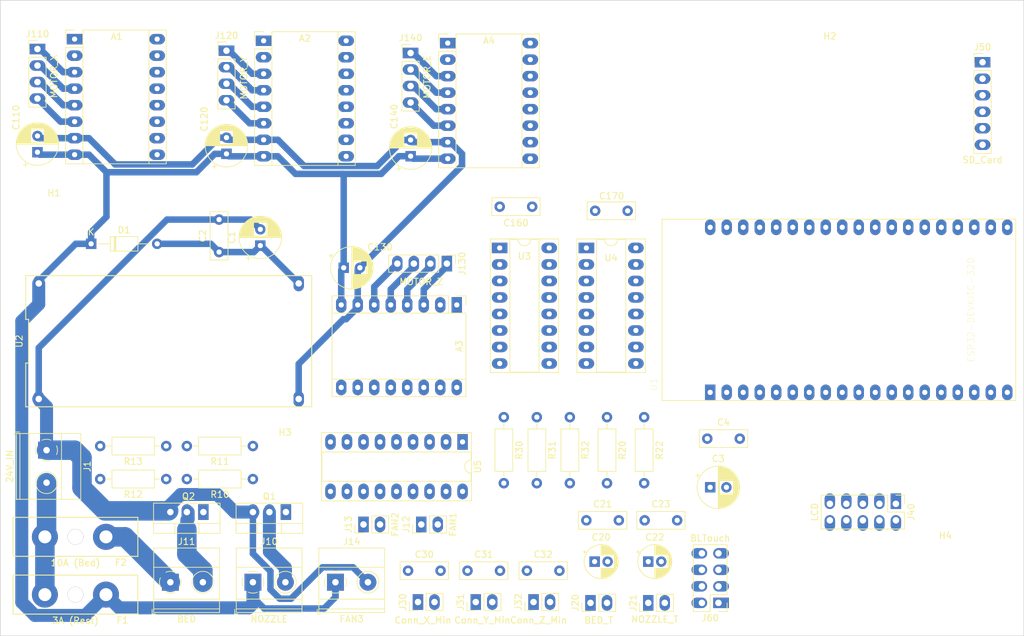
<source format=kicad_pcb>
(kicad_pcb (version 20171130) (host pcbnew "(5.0.2)-1")
  (layers (0 F.Cu signal) (31 B.Cu signal) (34 B.Paste user) (35 F.Paste user) (36 B.SilkS user) (37 F.SilkS user) (38 B.Mask user) (39 F.Mask user) (44 Edge.Cuts user))
  (net 0 "")
  (net 1 GND)
  (net 2 /Q130)
  (net 3 VCC)
  (net 4 "Net-(A1-Pad3)")
  (net 5 "Net-(A1-Pad4)")
  (net 6 "Net-(A1-Pad12)")
  (net 7 "Net-(A1-Pad5)")
  (net 8 "Net-(A1-Pad13)")
  (net 9 "Net-(A1-Pad6)")
  (net 10 "Net-(A1-Pad14)")
  (net 11 /Q128)
  (net 12 +24V)
  (net 13 /Q129)
  (net 14 /Q133)
  (net 15 "Net-(A2-Pad3)")
  (net 16 "Net-(A2-Pad4)")
  (net 17 "Net-(A2-Pad12)")
  (net 18 "Net-(A2-Pad5)")
  (net 19 "Net-(A2-Pad13)")
  (net 20 "Net-(A2-Pad6)")
  (net 21 "Net-(A2-Pad14)")
  (net 22 /Q131)
  (net 23 /Q132)
  (net 24 /Q135)
  (net 25 /Q134)
  (net 26 "Net-(A3-Pad14)")
  (net 27 "Net-(A3-Pad6)")
  (net 28 "Net-(A3-Pad13)")
  (net 29 "Net-(A3-Pad5)")
  (net 30 "Net-(A3-Pad12)")
  (net 31 "Net-(A3-Pad4)")
  (net 32 "Net-(A3-Pad3)")
  (net 33 /Q136)
  (net 34 /Q138)
  (net 35 /Q137)
  (net 36 "Net-(A4-Pad14)")
  (net 37 "Net-(A4-Pad6)")
  (net 38 "Net-(A4-Pad13)")
  (net 39 "Net-(A4-Pad5)")
  (net 40 "Net-(A4-Pad12)")
  (net 41 "Net-(A4-Pad4)")
  (net 42 "Net-(A4-Pad3)")
  (net 43 /Q139)
  (net 44 /BED_T)
  (net 45 /NOZZLE_T)
  (net 46 /X_MIN)
  (net 47 /Y_MIN)
  (net 48 /Z_MIN)
  (net 49 +5V)
  (net 50 +24V2)
  (net 51 "Net-(J10-Pad2)")
  (net 52 "Net-(J11-Pad2)")
  (net 53 "Net-(J12-Pad2)")
  (net 54 /BEEPER)
  (net 55 /BTN_ENC)
  (net 56 /BTN_EN1)
  (net 57 /~RESET)
  (net 58 /BTN_EN2)
  (net 59 /LCD_D4)
  (net 60 /LCD_RS)
  (net 61 /LCD_EN)
  (net 62 /SD_MISO)
  (net 63 /SD_MOSI)
  (net 64 /SD_SCK)
  (net 65 /SD_CS)
  (net 66 "Net-(J60-Pad1)")
  (net 67 "Net-(J60-Pad3)")
  (net 68 "Net-(J60-Pad4)")
  (net 69 "Net-(J60-Pad5)")
  (net 70 "Net-(J60-Pad7)")
  (net 71 /SERVO)
  (net 72 /I2S_DATA)
  (net 73 /I2S_BCK)
  (net 74 /I2S_WS)
  (net 75 /BED)
  (net 76 /NOZZLE)
  (net 77 /Q140)
  (net 78 /Q141)
  (net 79 /Q142)
  (net 80 /Q143)
  (net 81 "Net-(Q1-Pad1)")
  (net 82 "Net-(Q2-Pad1)")
  (net 83 "Net-(U3-Pad9)")
  (net 84 "Net-(U4-Pad9)")
  (net 85 /PWR_IN)
  (net 86 "Net-(U1-Pad16)")
  (net 87 "Net-(U1-Pad17)")
  (net 88 "Net-(U1-Pad18)")
  (net 89 "Net-(U1-Pad23)")
  (net 90 "Net-(U1-Pad24)")
  (net 91 "Net-(U1-Pad33)")
  (net 92 "Net-(U1-Pad36)")
  (net 93 "Net-(U1-Pad37)")
  (net 94 "Net-(U1-Pad38)")
  (net 95 /FAN1)
  (net 96 "Net-(J14-Pad2)")
  (net 97 "Net-(J13-Pad2)")
  (module Felix_Common:CP_Radial_D5.0mm_P2.00mm (layer F.Cu) (at 125.095 115.57)
    (fp_text reference C22 (at 1 -3.75) (layer F.SilkS))
    (fp_text value 4.7uF)
    (pad 1 thru_hole rect (at 0 0) (size 1.6 1.6) (drill 0.8) (layers *.Cu *.Mask) (net 45 /NOZZLE_T))
    (pad 2 thru_hole circle (at 2 0) (size 1.6 1.6) (drill 0.8) (layers *.Cu *.Mask) (net 1 GND))
  )
  (module Felix_Common:CP_Radial_D6.3mm_P2.50mm (layer F.Cu) (at 134.62 104.14)
    (fp_text reference C3 (at 1.25 -4.4) (layer F.SilkS))
    (fp_text value 100uF)
    (pad 2 thru_hole circle (at 2.5 0) (size 1.6 1.6) (drill 0.8) (layers *.Cu *.Mask) (net 1 GND))
    (pad 1 thru_hole rect (at 0 0) (size 1.6 1.6) (drill 0.8) (layers *.Cu *.Mask) (net 3 VCC))
  )
  (module Felix_Common:CP_Radial_D6.3mm_P2.50mm (layer F.Cu) (at 65.405001 66.949758 90)
    (fp_text reference C1 (at 1.25 -4.4 90) (layer F.SilkS))
    (fp_text value 100uF)
    (pad 1 thru_hole rect (at 0 0 90) (size 1.6 1.6) (drill 0.8) (layers *.Cu *.Mask) (net 49 +5V))
    (pad 2 thru_hole circle (at 2.5 0 90) (size 1.6 1.6) (drill 0.8) (layers *.Cu *.Mask) (net 1 GND))
  )
  (module Felix_Common:C_Rect_L7.2mm_W2.5mm_P5.00mm_FKS2_FKP2_MKS2_MKP2 (layer F.Cu) (at 134.175001 96.650001)
    (fp_text reference C4 (at 2.5 -2.5) (layer F.SilkS))
    (fp_text value 0.1uF)
    (pad 2 thru_hole circle (at 5 0) (size 1.6 1.6) (drill 0.8) (layers *.Cu *.Mask) (net 1 GND))
    (pad 1 thru_hole circle (at 0 0) (size 1.6 1.6) (drill 0.8) (layers *.Cu *.Mask) (net 3 VCC))
  )
  (module Felix_Common:C_Rect_L7.2mm_W2.5mm_P5.00mm_FKS2_FKP2_MKS2_MKP2 (layer F.Cu) (at 59.055 67.945 90)
    (fp_text reference C2 (at 2.5 -2.5 90) (layer F.SilkS))
    (fp_text value 0.1uF)
    (pad 1 thru_hole circle (at 0 0 90) (size 1.6 1.6) (drill 0.8) (layers *.Cu *.Mask) (net 49 +5V))
    (pad 2 thru_hole circle (at 5 0 90) (size 1.6 1.6) (drill 0.8) (layers *.Cu *.Mask) (net 1 GND))
  )
  (module Felix_Common:C_Rect_L7.2mm_W2.5mm_P5.00mm_FKS2_FKP2_MKS2_MKP2 (layer F.Cu) (at 115.57 109.22)
    (fp_text reference C21 (at 2.5 -2.5) (layer F.SilkS))
    (fp_text value 0.1uF)
    (pad 2 thru_hole circle (at 5 0) (size 1.6 1.6) (drill 0.8) (layers *.Cu *.Mask) (net 1 GND))
    (pad 1 thru_hole circle (at 0 0) (size 1.6 1.6) (drill 0.8) (layers *.Cu *.Mask) (net 44 /BED_T))
  )
  (module Felix_Common:C_Rect_L7.2mm_W2.5mm_P5.00mm_FKS2_FKP2_MKS2_MKP2 (layer F.Cu) (at 124.54 109.22)
    (fp_text reference C23 (at 2.5 -2.5) (layer F.SilkS))
    (fp_text value 0.1uF)
    (pad 1 thru_hole circle (at 0 0) (size 1.6 1.6) (drill 0.8) (layers *.Cu *.Mask) (net 45 /NOZZLE_T))
    (pad 2 thru_hole circle (at 5 0) (size 1.6 1.6) (drill 0.8) (layers *.Cu *.Mask) (net 1 GND))
  )
  (module Felix_Common:DIP-18_W7.62mm_Socket_LongPads (layer F.Cu) (at 96.52 97.155 270)
    (fp_text reference U5 (at 3.81 -2.33 270) (layer F.SilkS))
    (fp_text value ULN2803A)
    (pad 1 thru_hole rect (at 0 0 270) (size 2.4 1.6) (drill 0.8) (layers *.Cu *.Mask) (net 95 /FAN1))
    (pad 10 thru_hole oval (at 7.62 20.32 270) (size 2.4 1.6) (drill 0.8) (layers *.Cu *.Mask) (net 12 +24V))
    (pad 2 thru_hole oval (at 0 2.54 270) (size 2.4 1.6) (drill 0.8) (layers *.Cu *.Mask) (net 95 /FAN1))
    (pad 11 thru_hole oval (at 7.62 17.78 270) (size 2.4 1.6) (drill 0.8) (layers *.Cu *.Mask) (net 96 "Net-(J14-Pad2)"))
    (pad 3 thru_hole oval (at 0 5.08 270) (size 2.4 1.6) (drill 0.8) (layers *.Cu *.Mask) (net 95 /FAN1))
    (pad 12 thru_hole oval (at 7.62 15.24 270) (size 2.4 1.6) (drill 0.8) (layers *.Cu *.Mask) (net 96 "Net-(J14-Pad2)"))
    (pad 4 thru_hole oval (at 0 7.62 270) (size 2.4 1.6) (drill 0.8) (layers *.Cu *.Mask) (net 77 /Q140))
    (pad 13 thru_hole oval (at 7.62 12.7 270) (size 2.4 1.6) (drill 0.8) (layers *.Cu *.Mask) (net 97 "Net-(J13-Pad2)"))
    (pad 5 thru_hole oval (at 0 10.16 270) (size 2.4 1.6) (drill 0.8) (layers *.Cu *.Mask) (net 77 /Q140))
    (pad 14 thru_hole oval (at 7.62 10.16 270) (size 2.4 1.6) (drill 0.8) (layers *.Cu *.Mask) (net 97 "Net-(J13-Pad2)"))
    (pad 6 thru_hole oval (at 0 12.7 270) (size 2.4 1.6) (drill 0.8) (layers *.Cu *.Mask) (net 77 /Q140))
    (pad 15 thru_hole oval (at 7.62 7.62 270) (size 2.4 1.6) (drill 0.8) (layers *.Cu *.Mask) (net 97 "Net-(J13-Pad2)"))
    (pad 7 thru_hole oval (at 0 15.24 270) (size 2.4 1.6) (drill 0.8) (layers *.Cu *.Mask) (net 78 /Q141))
    (pad 16 thru_hole oval (at 7.62 5.08 270) (size 2.4 1.6) (drill 0.8) (layers *.Cu *.Mask) (net 53 "Net-(J12-Pad2)"))
    (pad 8 thru_hole oval (at 0 17.78 270) (size 2.4 1.6) (drill 0.8) (layers *.Cu *.Mask) (net 78 /Q141))
    (pad 17 thru_hole oval (at 7.62 2.54 270) (size 2.4 1.6) (drill 0.8) (layers *.Cu *.Mask) (net 53 "Net-(J12-Pad2)"))
    (pad 9 thru_hole oval (at 0 20.32 270) (size 2.4 1.6) (drill 0.8) (layers *.Cu *.Mask) (net 1 GND))
    (pad 18 thru_hole oval (at 7.62 0 270) (size 2.4 1.6) (drill 0.8) (layers *.Cu *.Mask) (net 53 "Net-(J12-Pad2)"))
  )
  (module Felix_Common:R_Axial_DIN0207_L6.3mm_D2.5mm_P10.16mm_Horizontal (layer F.Cu) (at 124.46 93.345 270)
    (fp_text reference R22 (at 5.08 -2.37 270) (layer F.SilkS))
    (fp_text value 4.7k)
    (pad 1 thru_hole circle (at 0 0 270) (size 1.6 1.6) (drill 0.8) (layers *.Cu *.Mask) (net 3 VCC))
    (pad 2 thru_hole oval (at 10.16 0 270) (size 1.6 1.6) (drill 0.8) (layers *.Cu *.Mask) (net 45 /NOZZLE_T))
  )
  (module MountingHole:MountingHole_3mm (layer F.Cu) (at 69.215 99.695)
    (fp_text reference H3 (at 0 -4) (layer F.SilkS))
    (fp_text value MountingHole)
    (pad 1 np_thru_hole circle (at 0 0) (size 3 3) (drill 3) (layers *.Cu *.Mask))
  )
  (module MountingHole:MountingHole_3mm (layer F.Cu) (at 170.815 115.57)
    (fp_text reference H4 (at 0 -4) (layer F.SilkS))
    (fp_text value MountingHole)
    (pad 1 np_thru_hole circle (at 0 0) (size 3 3) (drill 3) (layers *.Cu *.Mask))
  )
  (module MountingHole:MountingHole_3mm (layer F.Cu) (at 33.655 62.865)
    (fp_text reference H1 (at 0 -4) (layer F.SilkS))
    (fp_text value MountingHole)
    (pad 1 np_thru_hole circle (at 0 0) (size 3 3) (drill 3) (layers *.Cu *.Mask))
  )
  (module MountingHole:MountingHole_3mm (layer F.Cu) (at 153.035 38.735)
    (fp_text reference H2 (at 0 -4) (layer F.SilkS))
    (fp_text value MountingHole)
    (pad 1 np_thru_hole circle (at 0 0) (size 3 3) (drill 3) (layers *.Cu *.Mask))
  )
  (module Felix_Specials:Fuse_ESKA_380.000 (layer F.Cu) (at 36.957 111.76 180)
    (fp_text reference F2 (at -6.985 -3.937 180) (layer F.SilkS))
    (fp_text value "10A (Bed)" (at 0 -4 180) (layer F.SilkS))
    (pad "" thru_hole circle (at 0 0 180) (size 2.4 2.4) (drill 2.4) (layers *.Cu *.Mask))
    (pad 2 thru_hole circle (at 4.7 0 180) (size 4 4) (drill 2) (layers *.Cu *.Mask) (net 85 /PWR_IN))
    (pad 1 thru_hole circle (at -4.7 0 180) (size 4 4) (drill 2) (layers *.Cu *.Mask) (net 50 +24V2))
  )
  (module Felix_Common:TerminalBlock_ScrewTerminal_1x02_P5.00mm_Horizontal (layer F.Cu) (at 51.562 118.745)
    (fp_text reference J11 (at 2.5 -6.26) (layer F.SilkS))
    (fp_text value BED (at 2.5 5.66) (layer F.SilkS))
    (pad 1 thru_hole rect (at 0 0) (size 2.6 2.6) (drill 1) (layers *.Cu *.Mask) (net 50 +24V2))
    (pad 2 thru_hole circle (at 5 0) (size 2.6 2.6) (drill 1) (layers *.Cu *.Mask) (net 52 "Net-(J11-Pad2)"))
  )
  (module Felix_Common:PinHeader_1x02_P2.54mm_Vertical_LongPads (layer F.Cu) (at 90.17 109.855 90)
    (fp_text reference J12 (at 0 -2.33 90) (layer F.SilkS))
    (fp_text value FAN1 (at 0 4.87 90) (layer F.SilkS))
    (pad 1 thru_hole rect (at 0 0 90) (size 2.4 1.6) (drill 1) (layers *.Cu *.Mask) (net 12 +24V))
    (pad 2 thru_hole oval (at 0 2.54 90) (size 2.4 1.6) (drill 1) (layers *.Cu *.Mask) (net 53 "Net-(J12-Pad2)"))
  )
  (module Felix_Specials:Fuse_ESKA_380.000 (layer F.Cu) (at 36.957 120.65 180)
    (fp_text reference F1 (at -7.239 -3.937 180) (layer F.SilkS))
    (fp_text value "3A (Rest)" (at 0 -4 180) (layer F.SilkS))
    (pad 1 thru_hole circle (at -4.7 0 180) (size 4 4) (drill 2) (layers *.Cu *.Mask) (net 12 +24V))
    (pad 2 thru_hole circle (at 4.7 0 180) (size 4 4) (drill 2) (layers *.Cu *.Mask) (net 85 /PWR_IN))
    (pad "" thru_hole circle (at 0 0 180) (size 2.4 2.4) (drill 2.4) (layers *.Cu *.Mask))
  )
  (module Felix_Common:TerminalBlock_ScrewTerminal_1x02_P5.00mm_Horizontal (layer F.Cu) (at 32.512 98.425 270)
    (fp_text reference J1 (at 2.5 -6.26 270) (layer F.SilkS))
    (fp_text value 24V_IN (at 2.5 5.66 270) (layer F.SilkS))
    (pad 2 thru_hole circle (at 5 0 270) (size 2.6 2.6) (drill 1) (layers *.Cu *.Mask) (net 85 /PWR_IN))
    (pad 1 thru_hole rect (at 0 0 270) (size 2.6 2.6) (drill 1) (layers *.Cu *.Mask) (net 1 GND))
  )
  (module Felix_Common:PinHeader_1x02_P2.54mm_Vertical_LongPads (layer F.Cu) (at 81.28 109.855 90)
    (fp_text reference J13 (at 0 -2.33 90) (layer F.SilkS))
    (fp_text value FAN2 (at 0 4.87 90) (layer F.SilkS))
    (pad 2 thru_hole oval (at 0 2.54 90) (size 2.4 1.6) (drill 1) (layers *.Cu *.Mask) (net 97 "Net-(J13-Pad2)"))
    (pad 1 thru_hole rect (at 0 0 90) (size 2.4 1.6) (drill 1) (layers *.Cu *.Mask) (net 12 +24V))
  )
  (module Felix_Common:TerminalBlock_ScrewTerminal_1x02_P5.00mm_Horizontal (layer F.Cu) (at 64.262 118.745)
    (fp_text reference J10 (at 2.5 -6.26) (layer F.SilkS))
    (fp_text value NOZZLE (at 2.5 5.66) (layer F.SilkS))
    (pad 2 thru_hole circle (at 5 0) (size 2.6 2.6) (drill 1) (layers *.Cu *.Mask) (net 51 "Net-(J10-Pad2)"))
    (pad 1 thru_hole rect (at 0 0) (size 2.6 2.6) (drill 1) (layers *.Cu *.Mask) (net 12 +24V))
  )
  (module Felix_Common:TerminalBlock_ScrewTerminal_1x02_P5.00mm_Horizontal (layer F.Cu) (at 76.962 118.745)
    (fp_text reference J14 (at 2.5 -6.26) (layer F.SilkS))
    (fp_text value FAN3 (at 2.5 5.66) (layer F.SilkS))
    (pad 1 thru_hole rect (at 0 0) (size 2.6 2.6) (drill 1) (layers *.Cu *.Mask) (net 12 +24V))
    (pad 2 thru_hole circle (at 5 0) (size 2.6 2.6) (drill 1) (layers *.Cu *.Mask) (net 96 "Net-(J14-Pad2)"))
  )
  (module Felix_Common:R_Axial_DIN0207_L6.3mm_D2.5mm_P10.16mm_Horizontal (layer F.Cu) (at 64.262 102.87 180)
    (fp_text reference R10 (at 5.08 -2.37 180) (layer F.SilkS))
    (fp_text value 10)
    (pad 2 thru_hole oval (at 10.16 0 180) (size 1.6 1.6) (drill 0.8) (layers *.Cu *.Mask) (net 76 /NOZZLE))
    (pad 1 thru_hole circle (at 0 0 180) (size 1.6 1.6) (drill 0.8) (layers *.Cu *.Mask) (net 81 "Net-(Q1-Pad1)"))
  )
  (module Felix_Common:R_Axial_DIN0207_L6.3mm_D2.5mm_P10.16mm_Horizontal (layer F.Cu) (at 64.262 97.79 180)
    (fp_text reference R11 (at 5.08 -2.37 180) (layer F.SilkS))
    (fp_text value 100k)
    (pad 2 thru_hole oval (at 10.16 0 180) (size 1.6 1.6) (drill 0.8) (layers *.Cu *.Mask) (net 76 /NOZZLE))
    (pad 1 thru_hole circle (at 0 0 180) (size 1.6 1.6) (drill 0.8) (layers *.Cu *.Mask) (net 1 GND))
  )
  (module Felix_Common:TO-220-3_Vertical_LongPads (layer F.Cu) (at 69.342 107.95 180)
    (fp_text reference Q1 (at 2.54 2.413 180) (layer F.SilkS))
    (fp_text value IRLZ44N)
    (pad 3 thru_hole oval (at 5.08 0 180) (size 1.6 2.4) (drill 1) (layers *.Cu *.Mask) (net 1 GND))
    (pad 2 thru_hole oval (at 2.54 0 180) (size 1.6 2.4) (drill 1) (layers *.Cu *.Mask) (net 51 "Net-(J10-Pad2)"))
    (pad 1 thru_hole rect (at 0 0 180) (size 1.6 2.4) (drill 1) (layers *.Cu *.Mask) (net 81 "Net-(Q1-Pad1)"))
  )
  (module Felix_Common:R_Axial_DIN0207_L6.3mm_D2.5mm_P10.16mm_Horizontal (layer F.Cu) (at 50.927 102.87 180)
    (fp_text reference R12 (at 5.08 -2.37 180) (layer F.SilkS))
    (fp_text value 10)
    (pad 2 thru_hole oval (at 10.16 0 180) (size 1.6 1.6) (drill 0.8) (layers *.Cu *.Mask) (net 75 /BED))
    (pad 1 thru_hole circle (at 0 0 180) (size 1.6 1.6) (drill 0.8) (layers *.Cu *.Mask) (net 82 "Net-(Q2-Pad1)"))
  )
  (module Felix_Common:R_Axial_DIN0207_L6.3mm_D2.5mm_P10.16mm_Horizontal (layer F.Cu) (at 50.927 97.79 180)
    (fp_text reference R13 (at 5.08 -2.37 180) (layer F.SilkS))
    (fp_text value 100k)
    (pad 1 thru_hole circle (at 0 0 180) (size 1.6 1.6) (drill 0.8) (layers *.Cu *.Mask) (net 1 GND))
    (pad 2 thru_hole oval (at 10.16 0 180) (size 1.6 1.6) (drill 0.8) (layers *.Cu *.Mask) (net 75 /BED))
  )
  (module Felix_Common:TO-220-3_Vertical_LongPads (layer F.Cu) (at 56.642 107.95 180)
    (fp_text reference Q2 (at 2.286 2.413 180) (layer F.SilkS))
    (fp_text value IRLB8743)
    (pad 3 thru_hole oval (at 5.08 0 180) (size 1.6 2.4) (drill 1) (layers *.Cu *.Mask) (net 1 GND))
    (pad 2 thru_hole oval (at 2.54 0 180) (size 1.6 2.4) (drill 1) (layers *.Cu *.Mask) (net 52 "Net-(J11-Pad2)"))
    (pad 1 thru_hole rect (at 0 0 180) (size 1.6 2.4) (drill 1) (layers *.Cu *.Mask) (net 82 "Net-(Q2-Pad1)"))
  )
  (module Felix_Common:CP_Radial_D6.3mm_P2.50mm (layer F.Cu) (at 31.115 52.578 90)
    (fp_text reference C110 (at 5.334 -3.302 90) (layer F.SilkS))
    (fp_text value 100uF)
    (pad 2 thru_hole circle (at 2.5 0 90) (size 1.6 1.6) (drill 0.8) (layers *.Cu *.Mask) (net 1 GND))
    (pad 1 thru_hole rect (at 0 0 90) (size 1.6 1.6) (drill 0.8) (layers *.Cu *.Mask) (net 12 +24V))
  )
  (module Felix_Common:CP_Radial_D6.3mm_P2.50mm (layer F.Cu) (at 60.198 52.832 90)
    (fp_text reference C120 (at 5.334 -3.429 90) (layer F.SilkS))
    (fp_text value 100uF)
    (pad 1 thru_hole rect (at 0 0 90) (size 1.6 1.6) (drill 0.8) (layers *.Cu *.Mask) (net 12 +24V))
    (pad 2 thru_hole circle (at 2.5 0 90) (size 1.6 1.6) (drill 0.8) (layers *.Cu *.Mask) (net 1 GND))
  )
  (module Felix_Common:D_DO-35_SOD27_P10.16mm_Horizontal (layer F.Cu) (at 39.37 66.675)
    (fp_text reference D1 (at 5.08 -2.12) (layer F.SilkS))
    (fp_text value 1N5819)
    (fp_text user K (at 0 -1.8) (layer F.SilkS))
    (pad 1 thru_hole rect (at 0 0) (size 1.6 1.6) (drill 0.8) (layers *.Cu *.Mask) (net 12 +24V))
    (pad 2 thru_hole oval (at 10.16 0) (size 1.6 1.6) (drill 0.8) (layers *.Cu *.Mask) (net 49 +5V))
  )
  (module Felix_Specials:Pololu_Breakout-16_15.2x20.3mm_LongPads (layer F.Cu) (at 65.913 35.433)
    (fp_text reference A2 (at 6.35 -0.381) (layer F.SilkS))
    (fp_text value DRIVER_Y)
    (pad 1 thru_hole rect (at 0 0) (size 2.4 1.6) (drill 0.8) (layers *.Cu *.Mask) (net 1 GND))
    (pad 9 thru_hole oval (at 12.7 17.78) (size 2.4 1.6) (drill 0.8) (layers *.Cu *.Mask) (net 14 /Q133))
    (pad 2 thru_hole oval (at 0 2.54) (size 2.4 1.6) (drill 0.8) (layers *.Cu *.Mask) (net 3 VCC))
    (pad 10 thru_hole oval (at 12.7 15.24) (size 2.4 1.6) (drill 0.8) (layers *.Cu *.Mask) (net 3 VCC))
    (pad 3 thru_hole oval (at 0 5.08) (size 2.4 1.6) (drill 0.8) (layers *.Cu *.Mask) (net 15 "Net-(A2-Pad3)"))
    (pad 11 thru_hole oval (at 12.7 12.7) (size 2.4 1.6) (drill 0.8) (layers *.Cu *.Mask) (net 3 VCC))
    (pad 4 thru_hole oval (at 0 7.62) (size 2.4 1.6) (drill 0.8) (layers *.Cu *.Mask) (net 16 "Net-(A2-Pad4)"))
    (pad 12 thru_hole oval (at 12.7 10.16) (size 2.4 1.6) (drill 0.8) (layers *.Cu *.Mask) (net 17 "Net-(A2-Pad12)"))
    (pad 5 thru_hole oval (at 0 10.16) (size 2.4 1.6) (drill 0.8) (layers *.Cu *.Mask) (net 18 "Net-(A2-Pad5)"))
    (pad 13 thru_hole oval (at 12.7 7.62) (size 2.4 1.6) (drill 0.8) (layers *.Cu *.Mask) (net 19 "Net-(A2-Pad13)"))
    (pad 6 thru_hole oval (at 0 12.7) (size 2.4 1.6) (drill 0.8) (layers *.Cu *.Mask) (net 20 "Net-(A2-Pad6)"))
    (pad 14 thru_hole oval (at 12.7 5.08) (size 2.4 1.6) (drill 0.8) (layers *.Cu *.Mask) (net 21 "Net-(A2-Pad14)"))
    (pad 7 thru_hole oval (at 0 15.24) (size 2.4 1.6) (drill 0.8) (layers *.Cu *.Mask) (net 1 GND))
    (pad 15 thru_hole oval (at 12.7 2.54) (size 2.4 1.6) (drill 0.8) (layers *.Cu *.Mask) (net 22 /Q131))
    (pad 8 thru_hole oval (at 0 17.78) (size 2.4 1.6) (drill 0.8) (layers *.Cu *.Mask) (net 12 +24V))
    (pad 16 thru_hole oval (at 12.7 0) (size 2.4 1.6) (drill 0.8) (layers *.Cu *.Mask) (net 23 /Q132))
  )
  (module Felix_Specials:Pololu_Breakout-16_15.2x20.3mm_LongPads (layer F.Cu) (at 36.83 35.179)
    (fp_text reference A1 (at 6.477 -0.381) (layer F.SilkS))
    (fp_text value DRIVER_X)
    (pad 1 thru_hole rect (at 0 0) (size 2.4 1.6) (drill 0.8) (layers *.Cu *.Mask) (net 1 GND))
    (pad 9 thru_hole oval (at 12.7 17.78) (size 2.4 1.6) (drill 0.8) (layers *.Cu *.Mask) (net 2 /Q130))
    (pad 2 thru_hole oval (at 0 2.54) (size 2.4 1.6) (drill 0.8) (layers *.Cu *.Mask) (net 3 VCC))
    (pad 10 thru_hole oval (at 12.7 15.24) (size 2.4 1.6) (drill 0.8) (layers *.Cu *.Mask) (net 3 VCC))
    (pad 3 thru_hole oval (at 0 5.08) (size 2.4 1.6) (drill 0.8) (layers *.Cu *.Mask) (net 4 "Net-(A1-Pad3)"))
    (pad 11 thru_hole oval (at 12.7 12.7) (size 2.4 1.6) (drill 0.8) (layers *.Cu *.Mask) (net 3 VCC))
    (pad 4 thru_hole oval (at 0 7.62) (size 2.4 1.6) (drill 0.8) (layers *.Cu *.Mask) (net 5 "Net-(A1-Pad4)"))
    (pad 12 thru_hole oval (at 12.7 10.16) (size 2.4 1.6) (drill 0.8) (layers *.Cu *.Mask) (net 6 "Net-(A1-Pad12)"))
    (pad 5 thru_hole oval (at 0 10.16) (size 2.4 1.6) (drill 0.8) (layers *.Cu *.Mask) (net 7 "Net-(A1-Pad5)"))
    (pad 13 thru_hole oval (at 12.7 7.62) (size 2.4 1.6) (drill 0.8) (layers *.Cu *.Mask) (net 8 "Net-(A1-Pad13)"))
    (pad 6 thru_hole oval (at 0 12.7) (size 2.4 1.6) (drill 0.8) (layers *.Cu *.Mask) (net 9 "Net-(A1-Pad6)"))
    (pad 14 thru_hole oval (at 12.7 5.08) (size 2.4 1.6) (drill 0.8) (layers *.Cu *.Mask) (net 10 "Net-(A1-Pad14)"))
    (pad 7 thru_hole oval (at 0 15.24) (size 2.4 1.6) (drill 0.8) (layers *.Cu *.Mask) (net 1 GND))
    (pad 15 thru_hole oval (at 12.7 2.54) (size 2.4 1.6) (drill 0.8) (layers *.Cu *.Mask) (net 11 /Q128))
    (pad 8 thru_hole oval (at 0 17.78) (size 2.4 1.6) (drill 0.8) (layers *.Cu *.Mask) (net 12 +24V))
    (pad 16 thru_hole oval (at 12.7 0) (size 2.4 1.6) (drill 0.8) (layers *.Cu *.Mask) (net 13 /Q129))
  )
  (module Felix_Common:PinHeader_1x04_P2.54mm_Vertical_LongPads (layer F.Cu) (at 31.115 36.703)
    (fp_text reference J110 (at 0 -2.33) (layer F.SilkS))
    (fp_text value MOTOR_X (at 2.54 4.191 -270) (layer F.SilkS))
    (pad 4 thru_hole oval (at 0 7.62) (size 2.4 1.6) (drill 1) (layers *.Cu *.Mask) (net 9 "Net-(A1-Pad6)"))
    (pad 3 thru_hole oval (at 0 5.08) (size 2.4 1.6) (drill 1) (layers *.Cu *.Mask) (net 7 "Net-(A1-Pad5)"))
    (pad 2 thru_hole oval (at 0 2.54) (size 2.4 1.6) (drill 1) (layers *.Cu *.Mask) (net 5 "Net-(A1-Pad4)"))
    (pad 1 thru_hole rect (at 0 0) (size 2.4 1.6) (drill 1) (layers *.Cu *.Mask) (net 4 "Net-(A1-Pad3)"))
  )
  (module Felix_Common:PinHeader_1x04_P2.54mm_Vertical_LongPads (layer F.Cu) (at 60.198 36.957)
    (fp_text reference J120 (at 0 -2.33) (layer F.SilkS))
    (fp_text value MOTOR_Y (at 2.667 4.191 -270) (layer F.SilkS))
    (pad 1 thru_hole rect (at 0 0) (size 2.4 1.6) (drill 1) (layers *.Cu *.Mask) (net 15 "Net-(A2-Pad3)"))
    (pad 2 thru_hole oval (at 0 2.54) (size 2.4 1.6) (drill 1) (layers *.Cu *.Mask) (net 16 "Net-(A2-Pad4)"))
    (pad 3 thru_hole oval (at 0 5.08) (size 2.4 1.6) (drill 1) (layers *.Cu *.Mask) (net 18 "Net-(A2-Pad5)"))
    (pad 4 thru_hole oval (at 0 7.62) (size 2.4 1.6) (drill 1) (layers *.Cu *.Mask) (net 20 "Net-(A2-Pad6)"))
  )
  (module Felix_Specials:Module_LM2596_DC-DC (layer F.Cu) (at 51.308 81.661)
    (fp_text reference U2 (at -23 0 -270) (layer F.SilkS))
    (fp_text value DcStepDown_LM2596)
    (pad 1 thru_hole oval (at -20 -8.89) (size 1.6 2.4) (drill 1) (layers *.Cu *.Mask) (net 12 +24V))
    (pad 2 thru_hole oval (at -20 8.89) (size 1.6 2.4) (drill 1) (layers *.Cu *.Mask) (net 1 GND))
    (pad 3 thru_hole oval (at 20 -8.89) (size 1.6 2.4) (drill 1) (layers *.Cu *.Mask) (net 49 +5V))
    (pad 4 thru_hole oval (at 20 8.89) (size 1.6 2.4) (drill 1) (layers *.Cu *.Mask) (net 1 GND))
  )
  (module Felix_Specials:Pololu_Breakout-16_15.2x20.3mm_LongPads (layer F.Cu) (at 94.242261 35.79171)
    (fp_text reference A4 (at 6.35 -0.381) (layer F.SilkS))
    (fp_text value DRIVER_E)
    (pad 1 thru_hole rect (at 0 0) (size 2.4 1.6) (drill 0.8) (layers *.Cu *.Mask) (net 1 GND))
    (pad 9 thru_hole oval (at 12.7 17.78) (size 2.4 1.6) (drill 0.8) (layers *.Cu *.Mask) (net 43 /Q139))
    (pad 2 thru_hole oval (at 0 2.54) (size 2.4 1.6) (drill 0.8) (layers *.Cu *.Mask) (net 3 VCC))
    (pad 10 thru_hole oval (at 12.7 15.24) (size 2.4 1.6) (drill 0.8) (layers *.Cu *.Mask) (net 3 VCC))
    (pad 3 thru_hole oval (at 0 5.08) (size 2.4 1.6) (drill 0.8) (layers *.Cu *.Mask) (net 42 "Net-(A4-Pad3)"))
    (pad 11 thru_hole oval (at 12.7 12.7) (size 2.4 1.6) (drill 0.8) (layers *.Cu *.Mask) (net 3 VCC))
    (pad 4 thru_hole oval (at 0 7.62) (size 2.4 1.6) (drill 0.8) (layers *.Cu *.Mask) (net 41 "Net-(A4-Pad4)"))
    (pad 12 thru_hole oval (at 12.7 10.16) (size 2.4 1.6) (drill 0.8) (layers *.Cu *.Mask) (net 40 "Net-(A4-Pad12)"))
    (pad 5 thru_hole oval (at 0 10.16) (size 2.4 1.6) (drill 0.8) (layers *.Cu *.Mask) (net 39 "Net-(A4-Pad5)"))
    (pad 13 thru_hole oval (at 12.7 7.62) (size 2.4 1.6) (drill 0.8) (layers *.Cu *.Mask) (net 38 "Net-(A4-Pad13)"))
    (pad 6 thru_hole oval (at 0 12.7) (size 2.4 1.6) (drill 0.8) (layers *.Cu *.Mask) (net 37 "Net-(A4-Pad6)"))
    (pad 14 thru_hole oval (at 12.7 5.08) (size 2.4 1.6) (drill 0.8) (layers *.Cu *.Mask) (net 36 "Net-(A4-Pad14)"))
    (pad 7 thru_hole oval (at 0 15.24) (size 2.4 1.6) (drill 0.8) (layers *.Cu *.Mask) (net 1 GND))
    (pad 15 thru_hole oval (at 12.7 2.54) (size 2.4 1.6) (drill 0.8) (layers *.Cu *.Mask) (net 35 /Q137))
    (pad 8 thru_hole oval (at 0 17.78) (size 2.4 1.6) (drill 0.8) (layers *.Cu *.Mask) (net 12 +24V))
    (pad 16 thru_hole oval (at 12.7 0) (size 2.4 1.6) (drill 0.8) (layers *.Cu *.Mask) (net 34 /Q138))
  )
  (module Felix_Common:CP_Radial_D6.3mm_P2.50mm (layer F.Cu) (at 88.527261 53.19071 90)
    (fp_text reference C140 (at 6.096 -2.54 90) (layer F.SilkS))
    (fp_text value 100uF)
    (pad 2 thru_hole circle (at 2.5 0 90) (size 1.6 1.6) (drill 0.8) (layers *.Cu *.Mask) (net 1 GND))
    (pad 1 thru_hole rect (at 0 0 90) (size 1.6 1.6) (drill 0.8) (layers *.Cu *.Mask) (net 12 +24V))
  )
  (module Felix_Common:PinHeader_1x04_P2.54mm_Vertical_LongPads (layer F.Cu) (at 88.527261 37.31571)
    (fp_text reference J140 (at 0 -2.33) (layer F.SilkS))
    (fp_text value MOTOR_E (at 2.54 3.683 -270) (layer F.SilkS))
    (pad 4 thru_hole oval (at 0 7.62) (size 2.4 1.6) (drill 1) (layers *.Cu *.Mask) (net 37 "Net-(A4-Pad6)"))
    (pad 3 thru_hole oval (at 0 5.08) (size 2.4 1.6) (drill 1) (layers *.Cu *.Mask) (net 39 "Net-(A4-Pad5)"))
    (pad 2 thru_hole oval (at 0 2.54) (size 2.4 1.6) (drill 1) (layers *.Cu *.Mask) (net 41 "Net-(A4-Pad4)"))
    (pad 1 thru_hole rect (at 0 0) (size 2.4 1.6) (drill 1) (layers *.Cu *.Mask) (net 42 "Net-(A4-Pad3)"))
  )
  (module Felix_Specials:Pololu_Breakout-16_15.2x20.3mm_LongPads (layer F.Cu) (at 95.631 76.073 270)
    (fp_text reference A3 (at 6.35 -0.381 270) (layer F.SilkS))
    (fp_text value DRIVER_Z)
    (pad 16 thru_hole oval (at 12.7 0 270) (size 2.4 1.6) (drill 0.8) (layers *.Cu *.Mask) (net 24 /Q135))
    (pad 8 thru_hole oval (at 0 17.78 270) (size 2.4 1.6) (drill 0.8) (layers *.Cu *.Mask) (net 12 +24V))
    (pad 15 thru_hole oval (at 12.7 2.54 270) (size 2.4 1.6) (drill 0.8) (layers *.Cu *.Mask) (net 25 /Q134))
    (pad 7 thru_hole oval (at 0 15.24 270) (size 2.4 1.6) (drill 0.8) (layers *.Cu *.Mask) (net 1 GND))
    (pad 14 thru_hole oval (at 12.7 5.08 270) (size 2.4 1.6) (drill 0.8) (layers *.Cu *.Mask) (net 26 "Net-(A3-Pad14)"))
    (pad 6 thru_hole oval (at 0 12.7 270) (size 2.4 1.6) (drill 0.8) (layers *.Cu *.Mask) (net 27 "Net-(A3-Pad6)"))
    (pad 13 thru_hole oval (at 12.7 7.62 270) (size 2.4 1.6) (drill 0.8) (layers *.Cu *.Mask) (net 28 "Net-(A3-Pad13)"))
    (pad 5 thru_hole oval (at 0 10.16 270) (size 2.4 1.6) (drill 0.8) (layers *.Cu *.Mask) (net 29 "Net-(A3-Pad5)"))
    (pad 12 thru_hole oval (at 12.7 10.16 270) (size 2.4 1.6) (drill 0.8) (layers *.Cu *.Mask) (net 30 "Net-(A3-Pad12)"))
    (pad 4 thru_hole oval (at 0 7.62 270) (size 2.4 1.6) (drill 0.8) (layers *.Cu *.Mask) (net 31 "Net-(A3-Pad4)"))
    (pad 11 thru_hole oval (at 12.7 12.7 270) (size 2.4 1.6) (drill 0.8) (layers *.Cu *.Mask) (net 3 VCC))
    (pad 3 thru_hole oval (at 0 5.08 270) (size 2.4 1.6) (drill 0.8) (layers *.Cu *.Mask) (net 32 "Net-(A3-Pad3)"))
    (pad 10 thru_hole oval (at 12.7 15.24 270) (size 2.4 1.6) (drill 0.8) (layers *.Cu *.Mask) (net 3 VCC))
    (pad 2 thru_hole oval (at 0 2.54 270) (size 2.4 1.6) (drill 0.8) (layers *.Cu *.Mask) (net 3 VCC))
    (pad 9 thru_hole oval (at 12.7 17.78 270) (size 2.4 1.6) (drill 0.8) (layers *.Cu *.Mask) (net 33 /Q136))
    (pad 1 thru_hole rect (at 0 0 270) (size 2.4 1.6) (drill 0.8) (layers *.Cu *.Mask) (net 1 GND))
  )
  (module Felix_Common:CP_Radial_D6.3mm_P2.50mm (layer F.Cu) (at 78.232 70.358)
    (fp_text reference C130 (at 5.588 -3.175) (layer F.SilkS))
    (fp_text value 100uF)
    (pad 2 thru_hole circle (at 2.5 0) (size 1.6 1.6) (drill 0.8) (layers *.Cu *.Mask) (net 1 GND))
    (pad 1 thru_hole rect (at 0 0) (size 1.6 1.6) (drill 0.8) (layers *.Cu *.Mask) (net 12 +24V))
  )
  (module Felix_Common:PinHeader_1x04_P2.54mm_Vertical_LongPads (layer F.Cu) (at 94.107 69.723 270)
    (fp_text reference J130 (at 0 -2.33 270) (layer F.SilkS))
    (fp_text value MOTOR_Z (at 2.794 3.937) (layer F.SilkS))
    (pad 4 thru_hole oval (at 0 7.62 270) (size 2.4 1.6) (drill 1) (layers *.Cu *.Mask) (net 27 "Net-(A3-Pad6)"))
    (pad 3 thru_hole oval (at 0 5.08 270) (size 2.4 1.6) (drill 1) (layers *.Cu *.Mask) (net 29 "Net-(A3-Pad5)"))
    (pad 2 thru_hole oval (at 0 2.54 270) (size 2.4 1.6) (drill 1) (layers *.Cu *.Mask) (net 31 "Net-(A3-Pad4)"))
    (pad 1 thru_hole rect (at 0 0 270) (size 2.4 1.6) (drill 1) (layers *.Cu *.Mask) (net 32 "Net-(A3-Pad3)"))
  )
  (module Felix_Common:PinHeader_1x06_P2.54mm_Vertical_LongPads (layer F.Cu) (at 176.53 38.735)
    (fp_text reference J50 (at 0 -2.33) (layer F.SilkS))
    (fp_text value SD_Card (at 0 15.03) (layer F.SilkS))
    (pad 1 thru_hole rect (at 0 0) (size 2.4 1.6) (drill 1) (layers *.Cu *.Mask) (net 1 GND))
    (pad 2 thru_hole oval (at 0 2.54) (size 2.4 1.6) (drill 1) (layers *.Cu *.Mask) (net 3 VCC))
    (pad 3 thru_hole oval (at 0 5.08) (size 2.4 1.6) (drill 1) (layers *.Cu *.Mask) (net 62 /SD_MISO))
    (pad 4 thru_hole oval (at 0 7.62) (size 2.4 1.6) (drill 1) (layers *.Cu *.Mask) (net 63 /SD_MOSI))
    (pad 5 thru_hole oval (at 0 10.16) (size 2.4 1.6) (drill 1) (layers *.Cu *.Mask) (net 64 /SD_SCK))
    (pad 6 thru_hole oval (at 0 12.7) (size 2.4 1.6) (drill 1) (layers *.Cu *.Mask) (net 65 /SD_CS))
  )
  (module Felix_Specials:MODULE_ESP32-DEVKITC-32D_LongPads (layer F.Cu) (at 154.38 76.835 90)
    (fp_text reference U1 (at -11.4644 -28.446 90) (layer F.SilkS) (effects (font (size 1.0004 1.0004) (thickness 0.05))))
    (fp_text value ESP32-DEVKITC-32D (at 0 20.372 90) (layer F.SilkS) (effects (font (size 1.0011 1.0011) (thickness 0.05))))
    (pad 1 thru_hole rect (at -12.7 -19.76 90) (size 2.4 1.6) (drill 0.8) (layers *.Cu *.Mask) (net 3 VCC))
    (pad 2 thru_hole oval (at -12.7 -17.22 90) (size 2.4 1.6) (drill 0.8) (layers *.Cu *.Mask) (net 57 /~RESET))
    (pad 19 thru_hole oval (at -12.7 25.96 90) (size 2.4 1.6) (drill 0.8) (layers *.Cu *.Mask) (net 49 +5V))
    (pad 3 thru_hole oval (at -12.7 -14.68 90) (size 2.4 1.6) (drill 0.8) (layers *.Cu *.Mask) (net 45 /NOZZLE_T))
    (pad 4 thru_hole oval (at -12.7 -12.14 90) (size 2.4 1.6) (drill 0.8) (layers *.Cu *.Mask) (net 44 /BED_T))
    (pad 5 thru_hole oval (at -12.7 -9.6 90) (size 2.4 1.6) (drill 0.8) (layers *.Cu *.Mask) (net 46 /X_MIN))
    (pad 6 thru_hole oval (at -12.7 -7.06 90) (size 2.4 1.6) (drill 0.8) (layers *.Cu *.Mask) (net 47 /Y_MIN))
    (pad 7 thru_hole oval (at -12.7 -4.52 90) (size 2.4 1.6) (drill 0.8) (layers *.Cu *.Mask) (net 71 /SERVO))
    (pad 8 thru_hole oval (at -12.7 -1.98 90) (size 2.4 1.6) (drill 0.8) (layers *.Cu *.Mask) (net 55 /BTN_ENC))
    (pad 9 thru_hole oval (at -12.7 0.56 90) (size 2.4 1.6) (drill 0.8) (layers *.Cu *.Mask) (net 73 /I2S_BCK))
    (pad 10 thru_hole oval (at -12.7 3.1 90) (size 2.4 1.6) (drill 0.8) (layers *.Cu *.Mask) (net 74 /I2S_WS))
    (pad 11 thru_hole oval (at -12.7 5.64 90) (size 2.4 1.6) (drill 0.8) (layers *.Cu *.Mask) (net 72 /I2S_DATA))
    (pad 12 thru_hole oval (at -12.7 8.18 90) (size 2.4 1.6) (drill 0.8) (layers *.Cu *.Mask) (net 58 /BTN_EN2))
    (pad 13 thru_hole oval (at -12.7 10.72 90) (size 2.4 1.6) (drill 0.8) (layers *.Cu *.Mask) (net 56 /BTN_EN1))
    (pad 14 thru_hole oval (at -12.7 13.26 90) (size 2.4 1.6) (drill 0.8) (layers *.Cu *.Mask) (net 1 GND))
    (pad 15 thru_hole oval (at -12.7 15.8 90) (size 2.4 1.6) (drill 0.8) (layers *.Cu *.Mask) (net 95 /FAN1))
    (pad 16 thru_hole oval (at -12.7 18.34 90) (size 2.4 1.6) (drill 0.8) (layers *.Cu *.Mask) (net 86 "Net-(U1-Pad16)"))
    (pad 17 thru_hole oval (at -12.7 20.88 90) (size 2.4 1.6) (drill 0.8) (layers *.Cu *.Mask) (net 87 "Net-(U1-Pad17)"))
    (pad 18 thru_hole oval (at -12.7 23.42 90) (size 2.4 1.6) (drill 0.8) (layers *.Cu *.Mask) (net 88 "Net-(U1-Pad18)"))
    (pad 20 thru_hole oval (at 12.7 -19.76 90) (size 2.4 1.6) (drill 0.8) (layers *.Cu *.Mask) (net 1 GND))
    (pad 21 thru_hole oval (at 12.7 -17.22 90) (size 2.4 1.6) (drill 0.8) (layers *.Cu *.Mask) (net 63 /SD_MOSI))
    (pad 22 thru_hole oval (at 12.7 -14.68 90) (size 2.4 1.6) (drill 0.8) (layers *.Cu *.Mask) (net 59 /LCD_D4))
    (pad 23 thru_hole oval (at 12.7 -12.14 90) (size 2.4 1.6) (drill 0.8) (layers *.Cu *.Mask) (net 89 "Net-(U1-Pad23)"))
    (pad 24 thru_hole oval (at 12.7 -9.6 90) (size 2.4 1.6) (drill 0.8) (layers *.Cu *.Mask) (net 90 "Net-(U1-Pad24)"))
    (pad 25 thru_hole oval (at 12.7 -7.06 90) (size 2.4 1.6) (drill 0.8) (layers *.Cu *.Mask) (net 61 /LCD_EN))
    (pad 26 thru_hole oval (at 12.7 -4.52 90) (size 2.4 1.6) (drill 0.8) (layers *.Cu *.Mask) (net 1 GND))
    (pad 27 thru_hole oval (at 12.7 -1.98 90) (size 2.4 1.6) (drill 0.8) (layers *.Cu *.Mask) (net 62 /SD_MISO))
    (pad 28 thru_hole oval (at 12.7 0.56 90) (size 2.4 1.6) (drill 0.8) (layers *.Cu *.Mask) (net 64 /SD_SCK))
    (pad 29 thru_hole oval (at 12.7 3.1 90) (size 2.4 1.6) (drill 0.8) (layers *.Cu *.Mask) (net 65 /SD_CS))
    (pad 30 thru_hole oval (at 12.7 5.64 90) (size 2.4 1.6) (drill 0.8) (layers *.Cu *.Mask) (net 60 /LCD_RS))
    (pad 31 thru_hole oval (at 12.7 8.18 90) (size 2.4 1.6) (drill 0.8) (layers *.Cu *.Mask) (net 54 /BEEPER))
    (pad 32 thru_hole oval (at 12.7 10.72 90) (size 2.4 1.6) (drill 0.8) (layers *.Cu *.Mask) (net 75 /BED))
    (pad 33 thru_hole oval (at 12.7 13.26 90) (size 2.4 1.6) (drill 0.8) (layers *.Cu *.Mask) (net 91 "Net-(U1-Pad33)"))
    (pad 34 thru_hole oval (at 12.7 15.8 90) (size 2.4 1.6) (drill 0.8) (layers *.Cu *.Mask) (net 76 /NOZZLE))
    (pad 35 thru_hole oval (at 12.7 18.34 90) (size 2.4 1.6) (drill 0.8) (layers *.Cu *.Mask) (net 48 /Z_MIN))
    (pad 36 thru_hole oval (at 12.7 20.88 90) (size 2.4 1.6) (drill 0.8) (layers *.Cu *.Mask) (net 92 "Net-(U1-Pad36)"))
    (pad 37 thru_hole oval (at 12.7 23.42 90) (size 2.4 1.6) (drill 0.8) (layers *.Cu *.Mask) (net 93 "Net-(U1-Pad37)"))
    (pad 38 thru_hole oval (at 12.7 25.96 90) (size 2.4 1.6) (drill 0.8) (layers *.Cu *.Mask) (net 94 "Net-(U1-Pad38)"))
  )
  (module Felix_Common:PinHeader_2x05_P2.54mm_Vertical_LongPads (layer F.Cu) (at 163.195 106.68 270)
    (fp_text reference J40 (at 1.27 -2.33 270) (layer F.SilkS))
    (fp_text value LCD (at 1.27 12.49 270) (layer F.SilkS))
    (pad 1 thru_hole rect (at 0 0 270) (size 2.4 1.6) (drill 1 (offset -0.4 0)) (layers *.Cu *.Mask) (net 54 /BEEPER))
    (pad 2 thru_hole oval (at 2.54 0 270) (size 2.4 1.6) (drill 1 (offset 0.4 0)) (layers *.Cu *.Mask) (net 55 /BTN_ENC))
    (pad 3 thru_hole oval (at 0 2.54 270) (size 2.4 1.6) (drill 1 (offset -0.4 0)) (layers *.Cu *.Mask) (net 56 /BTN_EN1))
    (pad 4 thru_hole oval (at 2.54 2.54 270) (size 2.4 1.6) (drill 1 (offset 0.4 0)) (layers *.Cu *.Mask) (net 57 /~RESET))
    (pad 5 thru_hole oval (at 0 5.08 270) (size 2.4 1.6) (drill 1 (offset -0.4 0)) (layers *.Cu *.Mask) (net 58 /BTN_EN2))
    (pad 6 thru_hole oval (at 2.54 5.08 270) (size 2.4 1.6) (drill 1 (offset 0.4 0)) (layers *.Cu *.Mask) (net 59 /LCD_D4))
    (pad 7 thru_hole oval (at 0 7.62 270) (size 2.4 1.6) (drill 1 (offset -0.4 0)) (layers *.Cu *.Mask) (net 60 /LCD_RS))
    (pad 8 thru_hole oval (at 2.54 7.62 270) (size 2.4 1.6) (drill 1 (offset 0.4 0)) (layers *.Cu *.Mask) (net 61 /LCD_EN))
    (pad 9 thru_hole oval (at 0 10.16 270) (size 2.4 1.6) (drill 1 (offset -0.4 0)) (layers *.Cu *.Mask) (net 1 GND))
    (pad 10 thru_hole oval (at 2.54 10.16 270) (size 2.4 1.6) (drill 1 (offset 0.4 0)) (layers *.Cu *.Mask) (net 49 +5V))
  )
  (module Felix_Common:PinHeader_2x04_P2.54mm_Vertical_LongPads (layer F.Cu) (at 135.89 121.92 180)
    (fp_text reference J60 (at 1.27 -2.33 180) (layer F.SilkS))
    (fp_text value BLTouch (at 1.27 9.95 180) (layer F.SilkS))
    (pad 1 thru_hole rect (at 0 0 180) (size 2.4 1.6) (drill 1 (offset -0.4 0)) (layers *.Cu *.Mask) (net 66 "Net-(J60-Pad1)"))
    (pad 2 thru_hole oval (at 2.54 0 180) (size 2.4 1.6) (drill 1 (offset 0.4 0)) (layers *.Cu *.Mask) (net 49 +5V))
    (pad 3 thru_hole oval (at 0 2.54 180) (size 2.4 1.6) (drill 1 (offset -0.4 0)) (layers *.Cu *.Mask) (net 67 "Net-(J60-Pad3)"))
    (pad 4 thru_hole oval (at 2.54 2.54 180) (size 2.4 1.6) (drill 1 (offset 0.4 0)) (layers *.Cu *.Mask) (net 68 "Net-(J60-Pad4)"))
    (pad 5 thru_hole oval (at 0 5.08 180) (size 2.4 1.6) (drill 1 (offset -0.4 0)) (layers *.Cu *.Mask) (net 69 "Net-(J60-Pad5)"))
    (pad 6 thru_hole oval (at 2.54 5.08 180) (size 2.4 1.6) (drill 1 (offset 0.4 0)) (layers *.Cu *.Mask) (net 1 GND))
    (pad 7 thru_hole oval (at 0 7.62 180) (size 2.4 1.6) (drill 1 (offset -0.4 0)) (layers *.Cu *.Mask) (net 70 "Net-(J60-Pad7)"))
    (pad 8 thru_hole oval (at 2.54 7.62 180) (size 2.4 1.6) (drill 1 (offset 0.4 0)) (layers *.Cu *.Mask) (net 71 /SERVO))
  )
  (module Felix_Common:PinHeader_1x02_P2.54mm_Vertical_LongPads (layer F.Cu) (at 98.552 121.793 90)
    (fp_text reference J31 (at 0 -2.33 90) (layer F.SilkS))
    (fp_text value Conn_Y_Min (at -2.794 1.016 180) (layer F.SilkS))
    (pad 1 thru_hole rect (at 0 0 90) (size 2.4 1.6) (drill 1) (layers *.Cu *.Mask) (net 47 /Y_MIN))
    (pad 2 thru_hole oval (at 0 2.54 90) (size 2.4 1.6) (drill 1) (layers *.Cu *.Mask) (net 1 GND))
  )
  (module Felix_Common:C_Rect_L7.2mm_W2.5mm_P5.00mm_FKS2_FKP2_MKS2_MKP2 (layer F.Cu) (at 88.138 116.967)
    (fp_text reference C30 (at 2.5 -2.5) (layer F.SilkS))
    (fp_text value 0.1uF)
    (pad 1 thru_hole circle (at 0 0) (size 1.6 1.6) (drill 0.8) (layers *.Cu *.Mask) (net 46 /X_MIN))
    (pad 2 thru_hole circle (at 5 0) (size 1.6 1.6) (drill 0.8) (layers *.Cu *.Mask) (net 1 GND))
  )
  (module Felix_Common:C_Rect_L7.2mm_W2.5mm_P5.00mm_FKS2_FKP2_MKS2_MKP2 (layer F.Cu) (at 107.235 60.96 180)
    (fp_text reference C160 (at 2.5 -2.5 180) (layer F.SilkS))
    (fp_text value 0.1uF)
    (pad 1 thru_hole circle (at 0 0 180) (size 1.6 1.6) (drill 0.8) (layers *.Cu *.Mask) (net 3 VCC))
    (pad 2 thru_hole circle (at 5 0 180) (size 1.6 1.6) (drill 0.8) (layers *.Cu *.Mask) (net 1 GND))
  )
  (module Felix_Common:C_Rect_L7.2mm_W2.5mm_P5.00mm_FKS2_FKP2_MKS2_MKP2 (layer F.Cu) (at 106.426 116.967)
    (fp_text reference C32 (at 2.5 -2.5) (layer F.SilkS))
    (fp_text value 0.1uF)
    (pad 1 thru_hole circle (at 0 0) (size 1.6 1.6) (drill 0.8) (layers *.Cu *.Mask) (net 48 /Z_MIN))
    (pad 2 thru_hole circle (at 5 0) (size 1.6 1.6) (drill 0.8) (layers *.Cu *.Mask) (net 1 GND))
  )
  (module Felix_Common:PinHeader_1x02_P2.54mm_Vertical_LongPads (layer F.Cu) (at 89.662 121.793 90)
    (fp_text reference J30 (at 0 -2.33 90) (layer F.SilkS))
    (fp_text value Conn_X_Min (at -2.794 0.762 180) (layer F.SilkS))
    (pad 2 thru_hole oval (at 0 2.54 90) (size 2.4 1.6) (drill 1) (layers *.Cu *.Mask) (net 1 GND))
    (pad 1 thru_hole rect (at 0 0 90) (size 2.4 1.6) (drill 1) (layers *.Cu *.Mask) (net 46 /X_MIN))
  )
  (module Felix_Common:PinHeader_1x02_P2.54mm_Vertical_LongPads (layer F.Cu) (at 107.442 121.793 90)
    (fp_text reference J32 (at 0 -2.33 90) (layer F.SilkS))
    (fp_text value Conn_Z_Min (at -2.794 0.762 180) (layer F.SilkS))
    (pad 1 thru_hole rect (at 0 0 90) (size 2.4 1.6) (drill 1) (layers *.Cu *.Mask) (net 48 /Z_MIN))
    (pad 2 thru_hole oval (at 0 2.54 90) (size 2.4 1.6) (drill 1) (layers *.Cu *.Mask) (net 1 GND))
  )
  (module Felix_Common:C_Rect_L7.2mm_W2.5mm_P5.00mm_FKS2_FKP2_MKS2_MKP2 (layer F.Cu) (at 121.92 61.595 180)
    (fp_text reference C170 (at 2.46 2.286 180) (layer F.SilkS))
    (fp_text value 0.1uF)
    (pad 2 thru_hole circle (at 5 0 180) (size 1.6 1.6) (drill 0.8) (layers *.Cu *.Mask) (net 1 GND))
    (pad 1 thru_hole circle (at 0 0 180) (size 1.6 1.6) (drill 0.8) (layers *.Cu *.Mask) (net 3 VCC))
  )
  (module Felix_Common:C_Rect_L7.2mm_W2.5mm_P5.00mm_FKS2_FKP2_MKS2_MKP2 (layer F.Cu) (at 97.282 116.967)
    (fp_text reference C31 (at 2.5 -2.5) (layer F.SilkS))
    (fp_text value 0.1uF)
    (pad 2 thru_hole circle (at 5 0) (size 1.6 1.6) (drill 0.8) (layers *.Cu *.Mask) (net 1 GND))
    (pad 1 thru_hole circle (at 0 0) (size 1.6 1.6) (drill 0.8) (layers *.Cu *.Mask) (net 47 /Y_MIN))
  )
  (module Felix_Common:R_Axial_DIN0207_L6.3mm_D2.5mm_P10.16mm_Horizontal (layer F.Cu) (at 102.87 93.345 270)
    (fp_text reference R30 (at 5.08 -2.37 270) (layer F.SilkS))
    (fp_text value 10k)
    (pad 1 thru_hole circle (at 0 0 270) (size 1.6 1.6) (drill 0.8) (layers *.Cu *.Mask) (net 3 VCC))
    (pad 2 thru_hole oval (at 10.16 0 270) (size 1.6 1.6) (drill 0.8) (layers *.Cu *.Mask) (net 46 /X_MIN))
  )
  (module Felix_Common:R_Axial_DIN0207_L6.3mm_D2.5mm_P10.16mm_Horizontal (layer F.Cu) (at 107.95 93.345 270)
    (fp_text reference R31 (at 5.08 -2.37 270) (layer F.SilkS))
    (fp_text value 10k)
    (pad 1 thru_hole circle (at 0 0 270) (size 1.6 1.6) (drill 0.8) (layers *.Cu *.Mask) (net 3 VCC))
    (pad 2 thru_hole oval (at 10.16 0 270) (size 1.6 1.6) (drill 0.8) (layers *.Cu *.Mask) (net 47 /Y_MIN))
  )
  (module Felix_Common:R_Axial_DIN0207_L6.3mm_D2.5mm_P10.16mm_Horizontal (layer F.Cu) (at 113.03 93.345 270)
    (fp_text reference R32 (at 5.08 -2.37 270) (layer F.SilkS))
    (fp_text value 10k)
    (pad 1 thru_hole circle (at 0 0 270) (size 1.6 1.6) (drill 0.8) (layers *.Cu *.Mask) (net 3 VCC))
    (pad 2 thru_hole oval (at 10.16 0 270) (size 1.6 1.6) (drill 0.8) (layers *.Cu *.Mask) (net 48 /Z_MIN))
  )
  (module Felix_Common:DIP-16_W7.62mm_Socket_LongPads (layer F.Cu) (at 115.57 67.31)
    (fp_text reference U4 (at 3.81 1.524) (layer F.SilkS))
    (fp_text value 74HC595)
    (pad 16 thru_hole oval (at 7.62 0) (size 2.4 1.6) (drill 0.8) (layers *.Cu *.Mask) (net 3 VCC))
    (pad 8 thru_hole oval (at 0 17.78) (size 2.4 1.6) (drill 0.8) (layers *.Cu *.Mask) (net 1 GND))
    (pad 15 thru_hole oval (at 7.62 2.54) (size 2.4 1.6) (drill 0.8) (layers *.Cu *.Mask) (net 33 /Q136))
    (pad 7 thru_hole oval (at 0 15.24) (size 2.4 1.6) (drill 0.8) (layers *.Cu *.Mask) (net 80 /Q143))
    (pad 14 thru_hole oval (at 7.62 5.08) (size 2.4 1.6) (drill 0.8) (layers *.Cu *.Mask) (net 83 "Net-(U3-Pad9)"))
    (pad 6 thru_hole oval (at 0 12.7) (size 2.4 1.6) (drill 0.8) (layers *.Cu *.Mask) (net 79 /Q142))
    (pad 13 thru_hole oval (at 7.62 7.62) (size 2.4 1.6) (drill 0.8) (layers *.Cu *.Mask) (net 1 GND))
    (pad 5 thru_hole oval (at 0 10.16) (size 2.4 1.6) (drill 0.8) (layers *.Cu *.Mask) (net 78 /Q141))
    (pad 12 thru_hole oval (at 7.62 10.16) (size 2.4 1.6) (drill 0.8) (layers *.Cu *.Mask) (net 74 /I2S_WS))
    (pad 4 thru_hole oval (at 0 7.62) (size 2.4 1.6) (drill 0.8) (layers *.Cu *.Mask) (net 77 /Q140))
    (pad 11 thru_hole oval (at 7.62 12.7) (size 2.4 1.6) (drill 0.8) (layers *.Cu *.Mask) (net 73 /I2S_BCK))
    (pad 3 thru_hole oval (at 0 5.08) (size 2.4 1.6) (drill 0.8) (layers *.Cu *.Mask) (net 43 /Q139))
    (pad 10 thru_hole oval (at 7.62 15.24) (size 2.4 1.6) (drill 0.8) (layers *.Cu *.Mask) (net 3 VCC))
    (pad 2 thru_hole oval (at 0 2.54) (size 2.4 1.6) (drill 0.8) (layers *.Cu *.Mask) (net 34 /Q138))
    (pad 9 thru_hole oval (at 7.62 17.78) (size 2.4 1.6) (drill 0.8) (layers *.Cu *.Mask) (net 84 "Net-(U4-Pad9)"))
    (pad 1 thru_hole rect (at 0 0) (size 2.4 1.6) (drill 0.8) (layers *.Cu *.Mask) (net 35 /Q137))
  )
  (module Felix_Common:DIP-16_W7.62mm_Socket_LongPads (layer F.Cu) (at 102.235 67.31)
    (fp_text reference U3 (at 3.81 1.27) (layer F.SilkS))
    (fp_text value 74HC595)
    (pad 1 thru_hole rect (at 0 0) (size 2.4 1.6) (drill 0.8) (layers *.Cu *.Mask) (net 13 /Q129))
    (pad 9 thru_hole oval (at 7.62 17.78) (size 2.4 1.6) (drill 0.8) (layers *.Cu *.Mask) (net 83 "Net-(U3-Pad9)"))
    (pad 2 thru_hole oval (at 0 2.54) (size 2.4 1.6) (drill 0.8) (layers *.Cu *.Mask) (net 2 /Q130))
    (pad 10 thru_hole oval (at 7.62 15.24) (size 2.4 1.6) (drill 0.8) (layers *.Cu *.Mask) (net 3 VCC))
    (pad 3 thru_hole oval (at 0 5.08) (size 2.4 1.6) (drill 0.8) (layers *.Cu *.Mask) (net 22 /Q131))
    (pad 11 thru_hole oval (at 7.62 12.7) (size 2.4 1.6) (drill 0.8) (layers *.Cu *.Mask) (net 73 /I2S_BCK))
    (pad 4 thru_hole oval (at 0 7.62) (size 2.4 1.6) (drill 0.8) (layers *.Cu *.Mask) (net 23 /Q132))
    (pad 12 thru_hole oval (at 7.62 10.16) (size 2.4 1.6) (drill 0.8) (layers *.Cu *.Mask) (net 74 /I2S_WS))
    (pad 5 thru_hole oval (at 0 10.16) (size 2.4 1.6) (drill 0.8) (layers *.Cu *.Mask) (net 14 /Q133))
    (pad 13 thru_hole oval (at 7.62 7.62) (size 2.4 1.6) (drill 0.8) (layers *.Cu *.Mask) (net 1 GND))
    (pad 6 thru_hole oval (at 0 12.7) (size 2.4 1.6) (drill 0.8) (layers *.Cu *.Mask) (net 25 /Q134))
    (pad 14 thru_hole oval (at 7.62 5.08) (size 2.4 1.6) (drill 0.8) (layers *.Cu *.Mask) (net 72 /I2S_DATA))
    (pad 7 thru_hole oval (at 0 15.24) (size 2.4 1.6) (drill 0.8) (layers *.Cu *.Mask) (net 24 /Q135))
    (pad 15 thru_hole oval (at 7.62 2.54) (size 2.4 1.6) (drill 0.8) (layers *.Cu *.Mask) (net 11 /Q128))
    (pad 8 thru_hole oval (at 0 17.78) (size 2.4 1.6) (drill 0.8) (layers *.Cu *.Mask) (net 1 GND))
    (pad 16 thru_hole oval (at 7.62 0) (size 2.4 1.6) (drill 0.8) (layers *.Cu *.Mask) (net 3 VCC))
  )
  (module Felix_Common:PinHeader_1x02_P2.54mm_Vertical_LongPads (layer F.Cu) (at 116.205 121.92 90)
    (fp_text reference J20 (at 0 -2.33 90) (layer F.SilkS))
    (fp_text value BED_T (at -2.667 1.27 180) (layer F.SilkS))
    (pad 1 thru_hole rect (at 0 0 90) (size 2.4 1.6) (drill 1) (layers *.Cu *.Mask) (net 44 /BED_T))
    (pad 2 thru_hole oval (at 0 2.54 90) (size 2.4 1.6) (drill 1) (layers *.Cu *.Mask) (net 1 GND))
  )
  (module Felix_Common:CP_Radial_D5.0mm_P2.00mm (layer F.Cu) (at 116.84 115.57)
    (fp_text reference C20 (at 1 -3.75) (layer F.SilkS))
    (fp_text value 4.7uF)
    (pad 2 thru_hole circle (at 2 0) (size 1.6 1.6) (drill 0.8) (layers *.Cu *.Mask) (net 1 GND))
    (pad 1 thru_hole rect (at 0 0) (size 1.6 1.6) (drill 0.8) (layers *.Cu *.Mask) (net 44 /BED_T))
  )
  (module Felix_Common:R_Axial_DIN0207_L6.3mm_D2.5mm_P10.16mm_Horizontal (layer F.Cu) (at 118.745 93.345 270)
    (fp_text reference R20 (at 5.08 -2.37 270) (layer F.SilkS))
    (fp_text value 4.7k)
    (pad 2 thru_hole oval (at 10.16 0 270) (size 1.6 1.6) (drill 0.8) (layers *.Cu *.Mask) (net 44 /BED_T))
    (pad 1 thru_hole circle (at 0 0 270) (size 1.6 1.6) (drill 0.8) (layers *.Cu *.Mask) (net 3 VCC))
  )
  (module Felix_Common:PinHeader_1x02_P2.54mm_Vertical_LongPads (layer F.Cu) (at 125.095 121.92 90)
    (fp_text reference J21 (at 0 -2.33 90) (layer F.SilkS))
    (fp_text value NOZZLE_T (at -2.54 1.016 180) (layer F.SilkS))
    (pad 2 thru_hole oval (at 0 2.54 90) (size 2.4 1.6) (drill 1) (layers *.Cu *.Mask) (net 1 GND))
    (pad 1 thru_hole rect (at 0 0 90) (size 2.4 1.6) (drill 1) (layers *.Cu *.Mask) (net 45 /NOZZLE_T))
  )
  (gr_line (start 182.88 29.21) (end 25.4 29.21) (layer Edge.Cuts) (width 0.1))
  (gr_line (start 182.88 127) (end 182.88 29.21) (layer Edge.Cuts) (width 0.1))
  (gr_line (start 25.4 127) (end 182.88 127) (layer Edge.Cuts) (width 0.1))
  (gr_line (start 25.4 127) (end 25.4 29.21) (layer Edge.Cuts) (width 0.1))
  (segment (start 31.456 50.419) (end 31.115 50.078) (width 1) (layer B.Cu) (net 1))
  (segment (start 36.83 50.419) (end 31.456 50.419) (width 1) (layer B.Cu) (net 1))
  (segment (start 60.539 50.673) (end 60.198 50.332) (width 1) (layer B.Cu) (net 1))
  (segment (start 65.913 50.673) (end 60.539 50.673) (width 1) (layer B.Cu) (net 1))
  (segment (start 80.391 70.699) (end 80.732 70.358) (width 1) (layer B.Cu) (net 1))
  (segment (start 80.391 76.073) (end 80.391 70.699) (width 1) (layer B.Cu) (net 1))
  (segment (start 88.868261 51.03171) (end 88.527261 50.69071) (width 1) (layer B.Cu) (net 1))
  (segment (start 94.242261 51.03171) (end 88.868261 51.03171) (width 1) (layer B.Cu) (net 1))
  (segment (start 53.149296 105.249999) (end 58.761999 105.249999) (width 2) (layer B.Cu) (net 1))
  (segment (start 51.562 107.95) (end 51.562 106.837295) (width 2) (layer B.Cu) (net 1))
  (segment (start 68.397998 121.285) (end 70.126002 121.285) (width 1) (layer B.Cu) (net 1))
  (segment (start 64.262 114.344998) (end 66.961999 117.044997) (width 1) (layer B.Cu) (net 1))
  (segment (start 74.966003 116.444999) (end 79.661999 116.444999) (width 1) (layer B.Cu) (net 1))
  (segment (start 66.961999 117.044997) (end 66.961999 119.849001) (width 1) (layer B.Cu) (net 1))
  (segment (start 66.961999 119.849001) (end 68.397998 121.285) (width 1) (layer B.Cu) (net 1))
  (segment (start 64.262 107.95) (end 64.262 114.344998) (width 1) (layer B.Cu) (net 1))
  (segment (start 70.126002 121.285) (end 74.966003 116.444999) (width 1) (layer B.Cu) (net 1))
  (segment (start 80.662001 117.445001) (end 81.962 118.745) (width 1) (layer B.Cu) (net 1))
  (segment (start 51.562 106.837295) (end 53.149296 105.249999) (width 2) (layer B.Cu) (net 1))
  (segment (start 79.661999 116.444999) (end 80.662001 117.445001) (width 1) (layer B.Cu) (net 1))
  (segment (start 58.761999 105.249999) (end 61.462 107.95) (width 2) (layer B.Cu) (net 1))
  (segment (start 61.462 107.95) (end 64.262 107.95) (width 2) (layer B.Cu) (net 1))
  (segment (start 36.812 98.425) (end 37.966999 99.579999) (width 3) (layer B.Cu) (net 1))
  (segment (start 37.966999 99.579999) (end 37.966999 104.214001) (width 3) (layer B.Cu) (net 1))
  (segment (start 37.966999 104.214001) (end 41.512997 107.759999) (width 3) (layer B.Cu) (net 1))
  (segment (start 41.512997 107.759999) (end 51.30199 107.759999) (width 3) (layer B.Cu) (net 1))
  (segment (start 36.812 98.425) (end 32.512 98.425) (width 3) (layer B.Cu) (net 1))
  (segment (start 32.512 91.755) (end 31.308 90.551) (width 2) (layer B.Cu) (net 1))
  (segment (start 32.512 98.425) (end 32.512 91.755) (width 2) (layer B.Cu) (net 1))
  (segment (start 59.06663 50.332) (end 60.198 50.332) (width 1) (layer B.Cu) (net 1))
  (segment (start 54.93962 54.45901) (end 59.06663 50.332) (width 1) (layer B.Cu) (net 1))
  (segment (start 43.07001 54.45901) (end 54.93962 54.45901) (width 1) (layer B.Cu) (net 1))
  (segment (start 39.03 50.419) (end 43.07001 54.45901) (width 1) (layer B.Cu) (net 1))
  (segment (start 36.83 50.419) (end 39.03 50.419) (width 1) (layer B.Cu) (net 1))
  (segment (start 87.395891 50.69071) (end 88.527261 50.69071) (width 1) (layer B.Cu) (net 1))
  (segment (start 83.373591 54.71301) (end 87.395891 50.69071) (width 1) (layer B.Cu) (net 1))
  (segment (start 72.15301 54.71301) (end 83.373591 54.71301) (width 1) (layer B.Cu) (net 1))
  (segment (start 68.113 50.673) (end 72.15301 54.71301) (width 1) (layer B.Cu) (net 1))
  (segment (start 65.913 50.673) (end 68.113 50.673) (width 1) (layer B.Cu) (net 1))
  (segment (start 94.642261 51.03171) (end 94.242261 51.03171) (width 1) (layer B.Cu) (net 1))
  (segment (start 96.442261 52.83171) (end 94.642261 51.03171) (width 1) (layer B.Cu) (net 1))
  (segment (start 96.442261 54.647739) (end 96.442261 52.83171) (width 1) (layer B.Cu) (net 1))
  (segment (start 80.732 70.358) (end 96.442261 54.647739) (width 1) (layer B.Cu) (net 1))
  (segment (start 80.391 76.473) (end 80.391 76.073) (width 1) (layer B.Cu) (net 1))
  (segment (start 78.591 78.273) (end 80.391 76.473) (width 1) (layer B.Cu) (net 1))
  (segment (start 78.191 78.273) (end 78.591 78.273) (width 1) (layer B.Cu) (net 1))
  (segment (start 71.308 85.156) (end 78.191 78.273) (width 1) (layer B.Cu) (net 1))
  (segment (start 71.308 90.551) (end 71.308 85.156) (width 1) (layer B.Cu) (net 1))
  (segment (start 63.900243 62.945) (end 65.405001 64.449758) (width 1) (layer B.Cu) (net 1))
  (segment (start 59.055 62.945) (end 63.900243 62.945) (width 1) (layer B.Cu) (net 1))
  (segment (start 31.308 88.351) (end 31.308 90.551) (width 1) (layer B.Cu) (net 1))
  (segment (start 31.308 82.676998) (end 31.308 88.351) (width 1) (layer B.Cu) (net 1))
  (segment (start 51.039998 62.945) (end 31.308 82.676998) (width 1) (layer B.Cu) (net 1))
  (segment (start 59.055 62.945) (end 51.039998 62.945) (width 1) (layer B.Cu) (net 1))
  (segment (start 31.515 36.703) (end 31.115 36.703) (width 1) (layer B.Cu) (net 4))
  (segment (start 35.071 40.259) (end 31.515 36.703) (width 1) (layer B.Cu) (net 4))
  (segment (start 36.83 40.259) (end 35.071 40.259) (width 1) (layer B.Cu) (net 4))
  (segment (start 31.515 39.243) (end 31.115 39.243) (width 1) (layer B.Cu) (net 5))
  (segment (start 35.071 42.799) (end 31.515 39.243) (width 1) (layer B.Cu) (net 5))
  (segment (start 36.83 42.799) (end 35.071 42.799) (width 1) (layer B.Cu) (net 5))
  (segment (start 31.515 41.783) (end 31.115 41.783) (width 1) (layer B.Cu) (net 7))
  (segment (start 35.071 45.339) (end 31.515 41.783) (width 1) (layer B.Cu) (net 7))
  (segment (start 36.83 45.339) (end 35.071 45.339) (width 1) (layer B.Cu) (net 7))
  (segment (start 34.671 47.879) (end 31.115 44.323) (width 1) (layer B.Cu) (net 9))
  (segment (start 36.83 47.879) (end 34.671 47.879) (width 1) (layer B.Cu) (net 9))
  (segment (start 75.221989 122.785011) (end 76.962 121.045) (width 1) (layer B.Cu) (net 12))
  (segment (start 66.002011 122.785011) (end 75.221989 122.785011) (width 1) (layer B.Cu) (net 12))
  (segment (start 64.262 118.745) (end 64.262 121.045) (width 1) (layer B.Cu) (net 12))
  (segment (start 64.262 121.045) (end 66.002011 122.785011) (width 1) (layer B.Cu) (net 12))
  (segment (start 31.496 52.959) (end 31.115 52.578) (width 1) (layer B.Cu) (net 12))
  (segment (start 36.83 52.959) (end 31.496 52.959) (width 1) (layer B.Cu) (net 12))
  (segment (start 60.579 53.213) (end 60.198 52.832) (width 1) (layer B.Cu) (net 12))
  (segment (start 65.913 53.213) (end 60.579 53.213) (width 1) (layer B.Cu) (net 12))
  (segment (start 77.851 70.739) (end 78.232 70.358) (width 1) (layer B.Cu) (net 12))
  (segment (start 77.851 76.073) (end 77.851 70.739) (width 1) (layer B.Cu) (net 12))
  (segment (start 88.908261 53.57171) (end 88.527261 53.19071) (width 1) (layer B.Cu) (net 12))
  (segment (start 94.242261 53.57171) (end 88.908261 53.57171) (width 1) (layer B.Cu) (net 12))
  (segment (start 76.962 121.045) (end 76.962 118.745) (width 1) (layer B.Cu) (net 12))
  (segment (start 76.962 118.745) (end 76.962001 121.045001) (width 1) (layer B.Cu) (net 12))
  (segment (start 63.625989 122.681011) (end 64.262 122.045) (width 2) (layer B.Cu) (net 12))
  (segment (start 64.262 122.045) (end 64.262 118.745) (width 2) (layer B.Cu) (net 12))
  (segment (start 43.688011 122.681011) (end 63.625989 122.681011) (width 2) (layer B.Cu) (net 12))
  (segment (start 41.657 120.65) (end 43.688011 122.681011) (width 2) (layer B.Cu) (net 12))
  (segment (start 30.720999 123.850001) (end 28.702 121.831002) (width 2) (layer B.Cu) (net 12))
  (segment (start 41.657 120.65) (end 38.456999 123.850001) (width 2) (layer B.Cu) (net 12))
  (segment (start 38.456999 123.850001) (end 30.720999 123.850001) (width 2) (layer B.Cu) (net 12))
  (segment (start 31.308 75.971) (end 31.308 72.771) (width 2) (layer B.Cu) (net 12))
  (segment (start 28.702 78.577) (end 31.308 75.971) (width 2) (layer B.Cu) (net 12))
  (segment (start 28.702 121.831002) (end 28.702 78.577) (width 2) (layer B.Cu) (net 12))
  (segment (start 58.398 52.832) (end 60.198 52.832) (width 1) (layer B.Cu) (net 12))
  (segment (start 55.57098 55.65902) (end 58.398 52.832) (width 1) (layer B.Cu) (net 12))
  (segment (start 41.73002 55.65902) (end 55.57098 55.65902) (width 1) (layer B.Cu) (net 12))
  (segment (start 39.03 52.959) (end 41.73002 55.65902) (width 1) (layer B.Cu) (net 12))
  (segment (start 36.83 52.959) (end 39.03 52.959) (width 1) (layer B.Cu) (net 12))
  (segment (start 86.727261 53.19071) (end 88.527261 53.19071) (width 1) (layer B.Cu) (net 12))
  (segment (start 84.004951 55.91302) (end 86.727261 53.19071) (width 1) (layer B.Cu) (net 12))
  (segment (start 68.113 53.213) (end 70.81302 55.91302) (width 1) (layer B.Cu) (net 12))
  (segment (start 65.913 53.213) (end 68.113 53.213) (width 1) (layer B.Cu) (net 12))
  (segment (start 78.232 56.04002) (end 78.105 55.91302) (width 1) (layer B.Cu) (net 12))
  (segment (start 78.232 70.358) (end 78.232 56.04002) (width 1) (layer B.Cu) (net 12))
  (segment (start 70.81302 55.91302) (end 78.105 55.91302) (width 1) (layer B.Cu) (net 12))
  (segment (start 78.105 55.91302) (end 84.004951 55.91302) (width 1) (layer B.Cu) (net 12))
  (segment (start 37.57 66.675) (end 39.37 66.675) (width 1) (layer B.Cu) (net 12))
  (segment (start 37.004 66.675) (end 37.57 66.675) (width 1) (layer B.Cu) (net 12))
  (segment (start 31.308 72.371) (end 37.004 66.675) (width 1) (layer B.Cu) (net 12))
  (segment (start 31.308 72.771) (end 31.308 72.371) (width 1) (layer B.Cu) (net 12))
  (segment (start 41.73002 62.51498) (end 41.73002 55.65902) (width 1) (layer B.Cu) (net 12))
  (segment (start 39.37 64.875) (end 41.73002 62.51498) (width 1) (layer B.Cu) (net 12))
  (segment (start 39.37 66.675) (end 39.37 64.875) (width 1) (layer B.Cu) (net 12))
  (segment (start 60.598 36.957) (end 60.198 36.957) (width 1) (layer B.Cu) (net 15))
  (segment (start 64.154 40.513) (end 60.598 36.957) (width 1) (layer B.Cu) (net 15))
  (segment (start 65.913 40.513) (end 64.154 40.513) (width 1) (layer B.Cu) (net 15))
  (segment (start 60.598 39.497) (end 60.198 39.497) (width 1) (layer B.Cu) (net 16))
  (segment (start 64.154 43.053) (end 60.598 39.497) (width 1) (layer B.Cu) (net 16))
  (segment (start 65.913 43.053) (end 64.154 43.053) (width 1) (layer B.Cu) (net 16))
  (segment (start 60.598 42.037) (end 60.198 42.037) (width 1) (layer B.Cu) (net 18))
  (segment (start 64.154 45.593) (end 60.598 42.037) (width 1) (layer B.Cu) (net 18))
  (segment (start 65.913 45.593) (end 64.154 45.593) (width 1) (layer B.Cu) (net 18))
  (segment (start 63.754 48.133) (end 60.198 44.577) (width 1) (layer B.Cu) (net 20))
  (segment (start 65.913 48.133) (end 63.754 48.133) (width 1) (layer B.Cu) (net 20))
  (segment (start 82.931 73.279) (end 86.487 69.723) (width 1) (layer B.Cu) (net 27))
  (segment (start 82.931 76.073) (end 82.931 73.279) (width 1) (layer B.Cu) (net 27))
  (segment (start 89.027 70.123) (end 89.027 69.723) (width 1) (layer B.Cu) (net 29))
  (segment (start 85.471 73.679) (end 89.027 70.123) (width 1) (layer B.Cu) (net 29))
  (segment (start 85.471 76.073) (end 85.471 73.679) (width 1) (layer B.Cu) (net 29))
  (segment (start 91.567 70.123) (end 91.567 69.723) (width 1) (layer B.Cu) (net 31))
  (segment (start 88.011 73.679) (end 91.567 70.123) (width 1) (layer B.Cu) (net 31))
  (segment (start 88.011 76.073) (end 88.011 73.679) (width 1) (layer B.Cu) (net 31))
  (segment (start 94.107 70.123) (end 94.107 69.723) (width 1) (layer B.Cu) (net 32))
  (segment (start 90.551 73.679) (end 94.107 70.123) (width 1) (layer B.Cu) (net 32))
  (segment (start 90.551 76.073) (end 90.551 73.679) (width 1) (layer B.Cu) (net 32))
  (segment (start 92.083261 48.49171) (end 88.527261 44.93571) (width 1) (layer B.Cu) (net 37))
  (segment (start 94.242261 48.49171) (end 92.083261 48.49171) (width 1) (layer B.Cu) (net 37))
  (segment (start 88.927261 42.39571) (end 88.527261 42.39571) (width 1) (layer B.Cu) (net 39))
  (segment (start 92.483261 45.95171) (end 88.927261 42.39571) (width 1) (layer B.Cu) (net 39))
  (segment (start 94.242261 45.95171) (end 92.483261 45.95171) (width 1) (layer B.Cu) (net 39))
  (segment (start 88.927261 39.85571) (end 88.527261 39.85571) (width 1) (layer B.Cu) (net 41))
  (segment (start 92.483261 43.41171) (end 88.927261 39.85571) (width 1) (layer B.Cu) (net 41))
  (segment (start 94.242261 43.41171) (end 92.483261 43.41171) (width 1) (layer B.Cu) (net 41))
  (segment (start 88.927261 37.31571) (end 88.527261 37.31571) (width 1) (layer B.Cu) (net 42))
  (segment (start 92.483261 40.87171) (end 88.927261 37.31571) (width 1) (layer B.Cu) (net 42))
  (segment (start 94.242261 40.87171) (end 92.483261 40.87171) (width 1) (layer B.Cu) (net 42))
  (segment (start 57.785 66.675) (end 59.055 67.945) (width 1) (layer B.Cu) (net 49))
  (segment (start 49.53 66.675) (end 57.785 66.675) (width 1) (layer B.Cu) (net 49))
  (segment (start 64.409759 67.945) (end 65.405001 66.949758) (width 1) (layer B.Cu) (net 49))
  (segment (start 59.055 67.945) (end 64.409759 67.945) (width 1) (layer B.Cu) (net 49))
  (segment (start 65.486758 66.949758) (end 71.308 72.771) (width 1) (layer B.Cu) (net 49))
  (segment (start 65.405001 66.949758) (end 65.486758 66.949758) (width 1) (layer B.Cu) (net 49))
  (segment (start 44.577 111.76) (end 51.562 118.745) (width 3) (layer B.Cu) (net 50))
  (segment (start 41.657 111.76) (end 44.577 111.76) (width 3) (layer B.Cu) (net 50))
  (segment (start 66.802 114.056556) (end 69.262 116.516556) (width 2) (layer B.Cu) (net 51))
  (segment (start 69.262 116.516556) (end 69.262 116.906523) (width 2) (layer B.Cu) (net 51))
  (segment (start 69.262 116.906523) (end 69.262 118.745) (width 2) (layer B.Cu) (net 51))
  (segment (start 66.802 107.95) (end 66.802 114.056556) (width 2) (layer B.Cu) (net 51))
  (segment (start 54.102 114.446523) (end 54.102 110.650002) (width 3) (layer B.Cu) (net 52))
  (segment (start 56.562 116.906523) (end 54.102 114.446523) (width 3) (layer B.Cu) (net 52))
  (segment (start 56.562 118.745) (end 56.562 116.906523) (width 3) (layer B.Cu) (net 52))
  (segment (start 54.302 109.002643) (end 54.302 107.95) (width 2) (layer B.Cu) (net 52))
  (segment (start 54.102 109.202643) (end 54.302 109.002643) (width 2) (layer B.Cu) (net 52))
  (segment (start 54.102 110.650002) (end 54.102 109.202643) (width 2) (layer B.Cu) (net 52))
  (segment (start 32.512 111.505) (end 32.257 111.76) (width 3) (layer B.Cu) (net 85))
  (segment (start 32.512 103.425) (end 32.512 111.505) (width 3) (layer B.Cu) (net 85))
  (segment (start 32.257 111.76) (end 32.257 120.65) (width 3) (layer B.Cu) (net 85))
)
</source>
